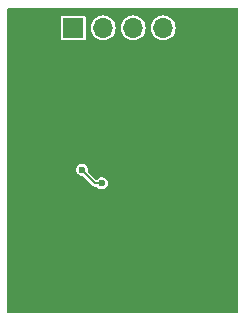
<source format=gbr>
G04 #@! TF.GenerationSoftware,KiCad,Pcbnew,8.0.1*
G04 #@! TF.CreationDate,2025-02-25T23:30:01-07:00*
G04 #@! TF.ProjectId,Temperature_Flex,54656d70-6572-4617-9475-72655f466c65,rev?*
G04 #@! TF.SameCoordinates,Original*
G04 #@! TF.FileFunction,Copper,L2,Bot*
G04 #@! TF.FilePolarity,Positive*
%FSLAX46Y46*%
G04 Gerber Fmt 4.6, Leading zero omitted, Abs format (unit mm)*
G04 Created by KiCad (PCBNEW 8.0.1) date 2025-02-25 23:30:01*
%MOMM*%
%LPD*%
G01*
G04 APERTURE LIST*
G04 #@! TA.AperFunction,ComponentPad*
%ADD10R,1.700000X1.700000*%
G04 #@! TD*
G04 #@! TA.AperFunction,ComponentPad*
%ADD11O,1.700000X1.700000*%
G04 #@! TD*
G04 #@! TA.AperFunction,ViaPad*
%ADD12C,0.600000*%
G04 #@! TD*
G04 #@! TA.AperFunction,Conductor*
%ADD13C,0.152400*%
G04 #@! TD*
G04 APERTURE END LIST*
D10*
X187380000Y-52260000D03*
D11*
X189920000Y-52260000D03*
X192460000Y-52260000D03*
X195000000Y-52260000D03*
D12*
X197280000Y-68670000D03*
X185150000Y-69250000D03*
X196980000Y-59940000D03*
X194410000Y-61040000D03*
X198780000Y-62600000D03*
X186900000Y-72330000D03*
X192000000Y-58840000D03*
X191460000Y-54740000D03*
X188130000Y-64280000D03*
X189800000Y-65410000D03*
D13*
X188130000Y-64320000D02*
X189220000Y-65410000D01*
X188130000Y-64280000D02*
X188130000Y-64320000D01*
X189220000Y-65410000D02*
X189800000Y-65410000D01*
G04 #@! TA.AperFunction,Conductor*
G36*
X201312539Y-50590185D02*
G01*
X201358294Y-50642989D01*
X201369500Y-50694500D01*
X201369500Y-76305500D01*
X201349815Y-76372539D01*
X201297011Y-76418294D01*
X201245500Y-76429500D01*
X181874500Y-76429500D01*
X181807461Y-76409815D01*
X181761706Y-76357011D01*
X181750500Y-76305500D01*
X181750500Y-64280000D01*
X187624353Y-64280000D01*
X187644834Y-64422456D01*
X187661443Y-64458823D01*
X187704623Y-64553373D01*
X187798872Y-64662143D01*
X187919947Y-64739953D01*
X187919950Y-64739954D01*
X187919949Y-64739954D01*
X188058036Y-64780499D01*
X188058038Y-64780500D01*
X188058039Y-64780500D01*
X188147825Y-64780500D01*
X188214864Y-64800185D01*
X188235506Y-64816819D01*
X189050098Y-65631412D01*
X189050101Y-65631414D01*
X189050102Y-65631415D01*
X189050105Y-65631417D01*
X189050107Y-65631418D01*
X189113195Y-65667844D01*
X189183566Y-65686699D01*
X189183572Y-65686700D01*
X189320877Y-65686700D01*
X189387916Y-65706385D01*
X189414588Y-65729495D01*
X189468872Y-65792143D01*
X189589947Y-65869953D01*
X189589950Y-65869954D01*
X189589949Y-65869954D01*
X189728036Y-65910499D01*
X189728038Y-65910500D01*
X189728039Y-65910500D01*
X189871962Y-65910500D01*
X189871962Y-65910499D01*
X190010053Y-65869953D01*
X190131128Y-65792143D01*
X190225377Y-65683373D01*
X190285165Y-65552457D01*
X190305647Y-65410000D01*
X190285165Y-65267543D01*
X190225377Y-65136627D01*
X190131128Y-65027857D01*
X190010053Y-64950047D01*
X190010051Y-64950046D01*
X190010049Y-64950045D01*
X190010050Y-64950045D01*
X189871963Y-64909500D01*
X189871961Y-64909500D01*
X189728039Y-64909500D01*
X189728036Y-64909500D01*
X189589949Y-64950045D01*
X189468870Y-65027858D01*
X189444809Y-65055626D01*
X189386031Y-65093399D01*
X189316161Y-65093399D01*
X189263416Y-65062103D01*
X188660136Y-64458823D01*
X188626651Y-64397500D01*
X188625079Y-64353498D01*
X188635647Y-64280000D01*
X188615165Y-64137543D01*
X188555377Y-64006627D01*
X188461128Y-63897857D01*
X188340053Y-63820047D01*
X188340051Y-63820046D01*
X188340049Y-63820045D01*
X188340050Y-63820045D01*
X188201963Y-63779500D01*
X188201961Y-63779500D01*
X188058039Y-63779500D01*
X188058036Y-63779500D01*
X187919949Y-63820045D01*
X187798873Y-63897856D01*
X187704623Y-64006626D01*
X187704622Y-64006628D01*
X187644834Y-64137543D01*
X187624353Y-64280000D01*
X181750500Y-64280000D01*
X181750500Y-53129752D01*
X186329500Y-53129752D01*
X186341131Y-53188229D01*
X186341132Y-53188230D01*
X186385447Y-53254552D01*
X186451769Y-53298867D01*
X186451770Y-53298868D01*
X186510247Y-53310499D01*
X186510250Y-53310500D01*
X186510252Y-53310500D01*
X188249750Y-53310500D01*
X188249751Y-53310499D01*
X188264568Y-53307552D01*
X188308229Y-53298868D01*
X188308229Y-53298867D01*
X188308231Y-53298867D01*
X188374552Y-53254552D01*
X188418867Y-53188231D01*
X188418867Y-53188229D01*
X188418868Y-53188229D01*
X188430499Y-53129752D01*
X188430500Y-53129750D01*
X188430500Y-52260000D01*
X188864417Y-52260000D01*
X188884699Y-52465932D01*
X188884700Y-52465934D01*
X188944768Y-52663954D01*
X189042315Y-52846450D01*
X189042317Y-52846452D01*
X189173589Y-53006410D01*
X189270209Y-53085702D01*
X189333550Y-53137685D01*
X189516046Y-53235232D01*
X189714066Y-53295300D01*
X189714065Y-53295300D01*
X189732529Y-53297118D01*
X189920000Y-53315583D01*
X190125934Y-53295300D01*
X190323954Y-53235232D01*
X190506450Y-53137685D01*
X190666410Y-53006410D01*
X190797685Y-52846450D01*
X190895232Y-52663954D01*
X190955300Y-52465934D01*
X190975583Y-52260000D01*
X191404417Y-52260000D01*
X191424699Y-52465932D01*
X191424700Y-52465934D01*
X191484768Y-52663954D01*
X191582315Y-52846450D01*
X191582317Y-52846452D01*
X191713589Y-53006410D01*
X191810209Y-53085702D01*
X191873550Y-53137685D01*
X192056046Y-53235232D01*
X192254066Y-53295300D01*
X192254065Y-53295300D01*
X192272529Y-53297118D01*
X192460000Y-53315583D01*
X192665934Y-53295300D01*
X192863954Y-53235232D01*
X193046450Y-53137685D01*
X193206410Y-53006410D01*
X193337685Y-52846450D01*
X193435232Y-52663954D01*
X193495300Y-52465934D01*
X193515583Y-52260000D01*
X193944417Y-52260000D01*
X193964699Y-52465932D01*
X193964700Y-52465934D01*
X194024768Y-52663954D01*
X194122315Y-52846450D01*
X194122317Y-52846452D01*
X194253589Y-53006410D01*
X194350209Y-53085702D01*
X194413550Y-53137685D01*
X194596046Y-53235232D01*
X194794066Y-53295300D01*
X194794065Y-53295300D01*
X194812529Y-53297118D01*
X195000000Y-53315583D01*
X195205934Y-53295300D01*
X195403954Y-53235232D01*
X195586450Y-53137685D01*
X195746410Y-53006410D01*
X195877685Y-52846450D01*
X195975232Y-52663954D01*
X196035300Y-52465934D01*
X196055583Y-52260000D01*
X196035300Y-52054066D01*
X195975232Y-51856046D01*
X195877685Y-51673550D01*
X195825702Y-51610209D01*
X195746410Y-51513589D01*
X195596121Y-51390252D01*
X195586450Y-51382315D01*
X195403954Y-51284768D01*
X195205934Y-51224700D01*
X195205932Y-51224699D01*
X195205934Y-51224699D01*
X195000000Y-51204417D01*
X194794067Y-51224699D01*
X194596043Y-51284769D01*
X194508114Y-51331769D01*
X194413550Y-51382315D01*
X194413548Y-51382316D01*
X194413547Y-51382317D01*
X194253589Y-51513589D01*
X194122317Y-51673547D01*
X194024769Y-51856043D01*
X193964699Y-52054067D01*
X193944417Y-52260000D01*
X193515583Y-52260000D01*
X193495300Y-52054066D01*
X193435232Y-51856046D01*
X193337685Y-51673550D01*
X193285702Y-51610209D01*
X193206410Y-51513589D01*
X193056121Y-51390252D01*
X193046450Y-51382315D01*
X192863954Y-51284768D01*
X192665934Y-51224700D01*
X192665932Y-51224699D01*
X192665934Y-51224699D01*
X192460000Y-51204417D01*
X192254067Y-51224699D01*
X192056043Y-51284769D01*
X191968114Y-51331769D01*
X191873550Y-51382315D01*
X191873548Y-51382316D01*
X191873547Y-51382317D01*
X191713589Y-51513589D01*
X191582317Y-51673547D01*
X191484769Y-51856043D01*
X191424699Y-52054067D01*
X191404417Y-52260000D01*
X190975583Y-52260000D01*
X190955300Y-52054066D01*
X190895232Y-51856046D01*
X190797685Y-51673550D01*
X190745702Y-51610209D01*
X190666410Y-51513589D01*
X190516121Y-51390252D01*
X190506450Y-51382315D01*
X190323954Y-51284768D01*
X190125934Y-51224700D01*
X190125932Y-51224699D01*
X190125934Y-51224699D01*
X189920000Y-51204417D01*
X189714067Y-51224699D01*
X189516043Y-51284769D01*
X189428114Y-51331769D01*
X189333550Y-51382315D01*
X189333548Y-51382316D01*
X189333547Y-51382317D01*
X189173589Y-51513589D01*
X189042317Y-51673547D01*
X188944769Y-51856043D01*
X188884699Y-52054067D01*
X188864417Y-52260000D01*
X188430500Y-52260000D01*
X188430500Y-51390249D01*
X188430499Y-51390247D01*
X188418868Y-51331770D01*
X188418867Y-51331769D01*
X188374552Y-51265447D01*
X188308230Y-51221132D01*
X188308229Y-51221131D01*
X188249752Y-51209500D01*
X188249748Y-51209500D01*
X186510252Y-51209500D01*
X186510247Y-51209500D01*
X186451770Y-51221131D01*
X186451769Y-51221132D01*
X186385447Y-51265447D01*
X186341132Y-51331769D01*
X186341131Y-51331770D01*
X186329500Y-51390247D01*
X186329500Y-53129752D01*
X181750500Y-53129752D01*
X181750500Y-50694500D01*
X181770185Y-50627461D01*
X181822989Y-50581706D01*
X181874500Y-50570500D01*
X201245500Y-50570500D01*
X201312539Y-50590185D01*
G37*
G04 #@! TD.AperFunction*
M02*

</source>
